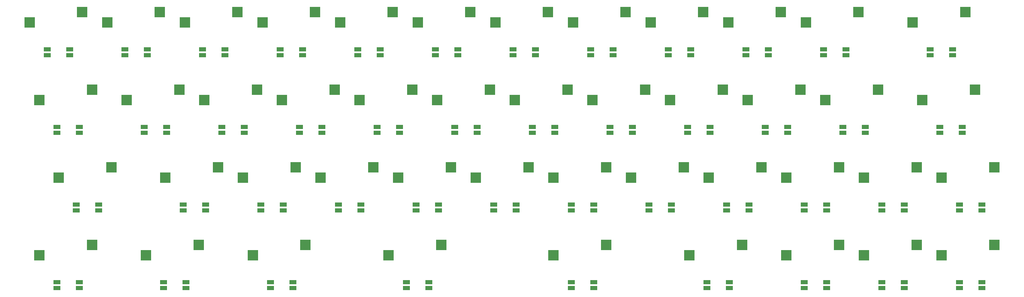
<source format=gbr>
G04 #@! TF.GenerationSoftware,KiCad,Pcbnew,(5.1.5)-3*
G04 #@! TF.CreationDate,2021-08-08T16:52:41-05:00*
G04 #@! TF.ProjectId,cuarenta,63756172-656e-4746-912e-6b696361645f,rev?*
G04 #@! TF.SameCoordinates,Original*
G04 #@! TF.FileFunction,Paste,Bot*
G04 #@! TF.FilePolarity,Positive*
%FSLAX46Y46*%
G04 Gerber Fmt 4.6, Leading zero omitted, Abs format (unit mm)*
G04 Created by KiCad (PCBNEW (5.1.5)-3) date 2021-08-08 16:52:41*
%MOMM*%
%LPD*%
G04 APERTURE LIST*
%ADD10R,2.550000X2.500000*%
%ADD11R,1.700000X1.000000*%
G04 APERTURE END LIST*
D10*
X249110500Y-49784000D03*
X236183500Y-52324000D03*
X246729250Y-30734000D03*
X233802250Y-33274000D03*
X191960500Y-87884000D03*
X179033500Y-90424000D03*
X158623000Y-87884000D03*
X145696000Y-90424000D03*
X118141750Y-87884000D03*
X105214750Y-90424000D03*
X84804250Y-87884000D03*
X71877250Y-90424000D03*
X58610500Y-87884000D03*
X45683500Y-90424000D03*
X32416750Y-87884000D03*
X19489750Y-90424000D03*
X37179250Y-68834000D03*
X24252250Y-71374000D03*
X32416750Y-49784000D03*
X19489750Y-52324000D03*
D11*
X250781000Y-96994750D03*
X250781000Y-98394750D03*
X245281000Y-96994750D03*
X245281000Y-98394750D03*
X245281000Y-79344750D03*
X245281000Y-77944750D03*
X250781000Y-79344750D03*
X250781000Y-77944750D03*
X246018500Y-58894750D03*
X246018500Y-60294750D03*
X240518500Y-58894750D03*
X240518500Y-60294750D03*
X243637250Y-39844750D03*
X243637250Y-41244750D03*
X238137250Y-39844750D03*
X238137250Y-41244750D03*
X231731000Y-96994750D03*
X231731000Y-98394750D03*
X226231000Y-96994750D03*
X226231000Y-98394750D03*
X226231000Y-79344750D03*
X226231000Y-77944750D03*
X231731000Y-79344750D03*
X231731000Y-77944750D03*
X222206000Y-58894750D03*
X222206000Y-60294750D03*
X216706000Y-58894750D03*
X216706000Y-60294750D03*
X217443500Y-39844750D03*
X217443500Y-41244750D03*
X211943500Y-39844750D03*
X211943500Y-41244750D03*
X212681000Y-96994750D03*
X212681000Y-98394750D03*
X207181000Y-96994750D03*
X207181000Y-98394750D03*
X207181000Y-79344750D03*
X207181000Y-77944750D03*
X212681000Y-79344750D03*
X212681000Y-77944750D03*
X203156000Y-58894750D03*
X203156000Y-60294750D03*
X197656000Y-58894750D03*
X197656000Y-60294750D03*
X198393500Y-39844750D03*
X198393500Y-41244750D03*
X192893500Y-39844750D03*
X192893500Y-41244750D03*
X188868500Y-96994750D03*
X188868500Y-98394750D03*
X183368500Y-96994750D03*
X183368500Y-98394750D03*
X188131000Y-79344750D03*
X188131000Y-77944750D03*
X193631000Y-79344750D03*
X193631000Y-77944750D03*
X184106000Y-58894750D03*
X184106000Y-60294750D03*
X178606000Y-58894750D03*
X178606000Y-60294750D03*
X179343500Y-39844750D03*
X179343500Y-41244750D03*
X173843500Y-39844750D03*
X173843500Y-41244750D03*
X155531000Y-96994750D03*
X155531000Y-98394750D03*
X150031000Y-96994750D03*
X150031000Y-98394750D03*
X169081000Y-79344750D03*
X169081000Y-77944750D03*
X174581000Y-79344750D03*
X174581000Y-77944750D03*
X165056000Y-58894750D03*
X165056000Y-60294750D03*
X159556000Y-58894750D03*
X159556000Y-60294750D03*
X160293500Y-39844750D03*
X160293500Y-41244750D03*
X154793500Y-39844750D03*
X154793500Y-41244750D03*
X115049750Y-96994750D03*
X115049750Y-98394750D03*
X109549750Y-96994750D03*
X109549750Y-98394750D03*
X150031000Y-79344750D03*
X150031000Y-77944750D03*
X155531000Y-79344750D03*
X155531000Y-77944750D03*
X146006000Y-58894750D03*
X146006000Y-60294750D03*
X140506000Y-58894750D03*
X140506000Y-60294750D03*
X141243500Y-39844750D03*
X141243500Y-41244750D03*
X135743500Y-39844750D03*
X135743500Y-41244750D03*
X81712250Y-96994750D03*
X81712250Y-98394750D03*
X76212250Y-96994750D03*
X76212250Y-98394750D03*
X130981000Y-79344750D03*
X130981000Y-77944750D03*
X136481000Y-79344750D03*
X136481000Y-77944750D03*
X126956000Y-58894750D03*
X126956000Y-60294750D03*
X121456000Y-58894750D03*
X121456000Y-60294750D03*
X122193500Y-39844750D03*
X122193500Y-41244750D03*
X116693500Y-39844750D03*
X116693500Y-41244750D03*
X55518500Y-96994750D03*
X55518500Y-98394750D03*
X50018500Y-96994750D03*
X50018500Y-98394750D03*
X111931000Y-79344750D03*
X111931000Y-77944750D03*
X117431000Y-79344750D03*
X117431000Y-77944750D03*
X107906000Y-58894750D03*
X107906000Y-60294750D03*
X102406000Y-58894750D03*
X102406000Y-60294750D03*
X103143500Y-39844750D03*
X103143500Y-41244750D03*
X97643500Y-39844750D03*
X97643500Y-41244750D03*
X29324750Y-96994750D03*
X29324750Y-98394750D03*
X23824750Y-96994750D03*
X23824750Y-98394750D03*
X92881000Y-79344750D03*
X92881000Y-77944750D03*
X98381000Y-79344750D03*
X98381000Y-77944750D03*
X88856000Y-58894750D03*
X88856000Y-60294750D03*
X83356000Y-58894750D03*
X83356000Y-60294750D03*
X84093500Y-39844750D03*
X84093500Y-41244750D03*
X78593500Y-39844750D03*
X78593500Y-41244750D03*
X73831000Y-79344750D03*
X73831000Y-77944750D03*
X79331000Y-79344750D03*
X79331000Y-77944750D03*
X69806000Y-58894750D03*
X69806000Y-60294750D03*
X64306000Y-58894750D03*
X64306000Y-60294750D03*
X65043500Y-39844750D03*
X65043500Y-41244750D03*
X59543500Y-39844750D03*
X59543500Y-41244750D03*
X54781000Y-79344750D03*
X54781000Y-77944750D03*
X60281000Y-79344750D03*
X60281000Y-77944750D03*
X50756000Y-58894750D03*
X50756000Y-60294750D03*
X45256000Y-58894750D03*
X45256000Y-60294750D03*
X45993500Y-39844750D03*
X45993500Y-41244750D03*
X40493500Y-39844750D03*
X40493500Y-41244750D03*
X28587250Y-79344750D03*
X28587250Y-77944750D03*
X34087250Y-79344750D03*
X34087250Y-77944750D03*
X29324750Y-58894750D03*
X29324750Y-60294750D03*
X23824750Y-58894750D03*
X23824750Y-60294750D03*
X26943500Y-39844750D03*
X26943500Y-41244750D03*
X21443500Y-39844750D03*
X21443500Y-41244750D03*
D10*
X253873000Y-87884000D03*
X240946000Y-90424000D03*
X253873000Y-68834000D03*
X240946000Y-71374000D03*
X234823000Y-87884000D03*
X221896000Y-90424000D03*
X234823000Y-68834000D03*
X221896000Y-71374000D03*
X225298000Y-49784000D03*
X212371000Y-52324000D03*
X220535500Y-30734000D03*
X207608500Y-33274000D03*
X215773000Y-87884000D03*
X202846000Y-90424000D03*
X215773000Y-68834000D03*
X202846000Y-71374000D03*
X206248000Y-49784000D03*
X193321000Y-52324000D03*
X201485500Y-30734000D03*
X188558500Y-33274000D03*
X196723000Y-68834000D03*
X183796000Y-71374000D03*
X187198000Y-49784000D03*
X174271000Y-52324000D03*
X182435500Y-30734000D03*
X169508500Y-33274000D03*
X177673000Y-68834000D03*
X164746000Y-71374000D03*
X168148000Y-49784000D03*
X155221000Y-52324000D03*
X163385500Y-30734000D03*
X150458500Y-33274000D03*
X158623000Y-68834000D03*
X145696000Y-71374000D03*
X149098000Y-49784000D03*
X136171000Y-52324000D03*
X144335500Y-30734000D03*
X131408500Y-33274000D03*
X139573000Y-68834000D03*
X126646000Y-71374000D03*
X130048000Y-49784000D03*
X117121000Y-52324000D03*
X125285500Y-30734000D03*
X112358500Y-33274000D03*
X120523000Y-68834000D03*
X107596000Y-71374000D03*
X110998000Y-49784000D03*
X98071000Y-52324000D03*
X106235500Y-30734000D03*
X93308500Y-33274000D03*
X101473000Y-68834000D03*
X88546000Y-71374000D03*
X91948000Y-49784000D03*
X79021000Y-52324000D03*
X87185500Y-30734000D03*
X74258500Y-33274000D03*
X82423000Y-68834000D03*
X69496000Y-71374000D03*
X72898000Y-49784000D03*
X59971000Y-52324000D03*
X68135500Y-30734000D03*
X55208500Y-33274000D03*
X63373000Y-68834000D03*
X50446000Y-71374000D03*
X53848000Y-49784000D03*
X40921000Y-52324000D03*
X49085500Y-30734000D03*
X36158500Y-33274000D03*
X30035500Y-30734000D03*
X17108500Y-33274000D03*
M02*

</source>
